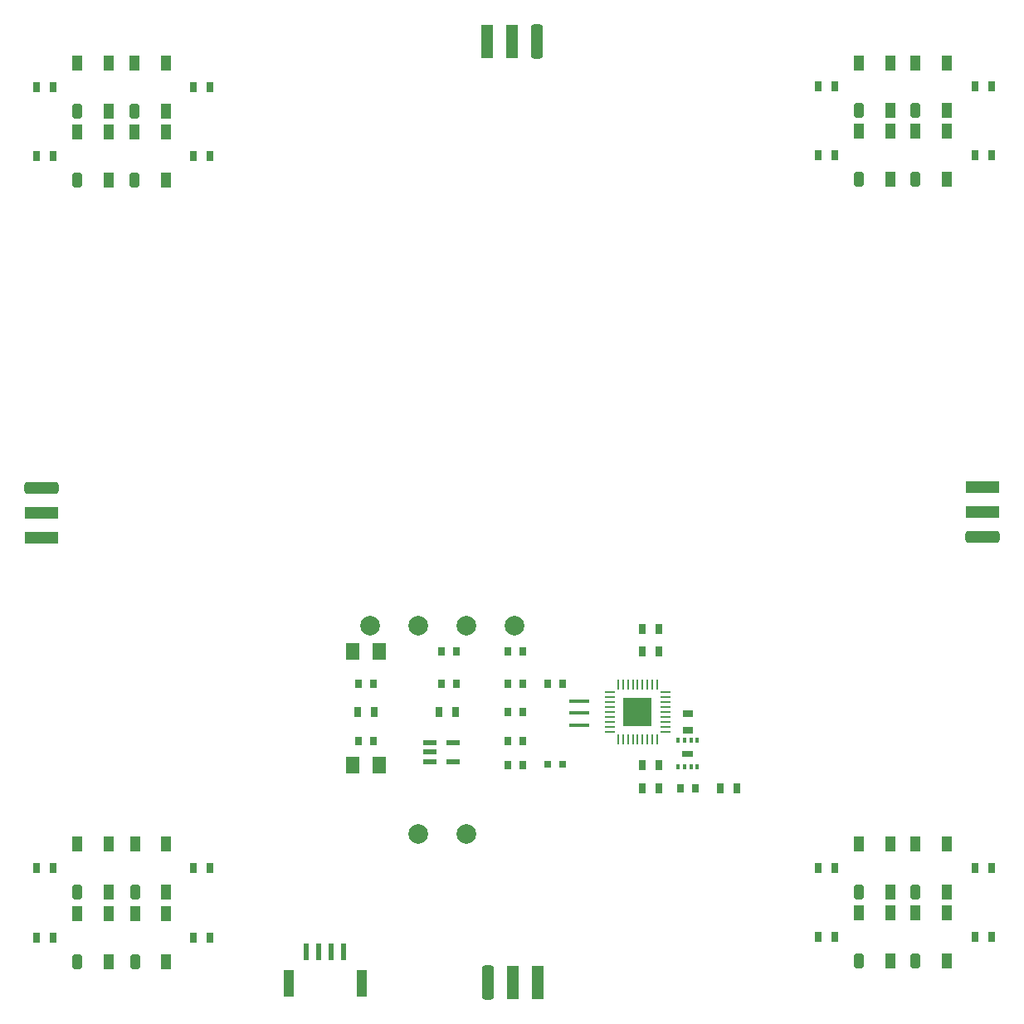
<source format=gtp>
G04*
G04 #@! TF.GenerationSoftware,Altium Limited,Altium Designer,21.0.9 (235)*
G04*
G04 Layer_Color=8421504*
%FSLAX44Y44*%
%MOMM*%
G71*
G04*
G04 #@! TF.SameCoordinates,63E583B4-6D5A-4616-B716-78796777933C*
G04*
G04*
G04 #@! TF.FilePolarity,Positive*
G04*
G01*
G75*
%ADD21R,1.0000X2.7000*%
%ADD22R,0.6000X1.7000*%
%ADD23C,2.0000*%
%ADD24R,0.7000X0.9000*%
%ADD25R,0.8000X1.0000*%
%ADD26R,0.2600X1.0800*%
%ADD27R,3.0000X3.0000*%
%ADD28R,1.0800X0.2600*%
%ADD29R,1.0000X0.8000*%
%ADD30R,0.3000X0.5250*%
%ADD31R,1.0000X1.5000*%
G04:AMPARAMS|DCode=32|XSize=1.5mm|YSize=1mm|CornerRadius=0.25mm|HoleSize=0mm|Usage=FLASHONLY|Rotation=90.000|XOffset=0mm|YOffset=0mm|HoleType=Round|Shape=RoundedRectangle|*
%AMROUNDEDRECTD32*
21,1,1.5000,0.5000,0,0,90.0*
21,1,1.0000,1.0000,0,0,90.0*
1,1,0.5000,0.2500,0.5000*
1,1,0.5000,0.2500,-0.5000*
1,1,0.5000,-0.2500,-0.5000*
1,1,0.5000,-0.2500,0.5000*
%
%ADD32ROUNDEDRECTD32*%
G04:AMPARAMS|DCode=33|XSize=1.2mm|YSize=3.5mm|CornerRadius=0.3mm|HoleSize=0mm|Usage=FLASHONLY|Rotation=0.000|XOffset=0mm|YOffset=0mm|HoleType=Round|Shape=RoundedRectangle|*
%AMROUNDEDRECTD33*
21,1,1.2000,2.9000,0,0,0.0*
21,1,0.6000,3.5000,0,0,0.0*
1,1,0.6000,0.3000,-1.4500*
1,1,0.6000,-0.3000,-1.4500*
1,1,0.6000,-0.3000,1.4500*
1,1,0.6000,0.3000,1.4500*
%
%ADD33ROUNDEDRECTD33*%
%ADD34R,1.2000X3.5000*%
G04:AMPARAMS|DCode=35|XSize=1.2mm|YSize=3.5mm|CornerRadius=0.3mm|HoleSize=0mm|Usage=FLASHONLY|Rotation=270.000|XOffset=0mm|YOffset=0mm|HoleType=Round|Shape=RoundedRectangle|*
%AMROUNDEDRECTD35*
21,1,1.2000,2.9000,0,0,270.0*
21,1,0.6000,3.5000,0,0,270.0*
1,1,0.6000,-1.4500,-0.3000*
1,1,0.6000,-1.4500,0.3000*
1,1,0.6000,1.4500,0.3000*
1,1,0.6000,1.4500,-0.3000*
%
%ADD35ROUNDEDRECTD35*%
%ADD36R,3.5000X1.2000*%
%ADD37R,1.3800X1.8200*%
%ADD38R,1.3208X0.5588*%
%ADD39R,0.8000X0.8000*%
%ADD40R,2.0000X0.4000*%
G36*
X615730Y307600D02*
X639700D01*
Y283630D01*
X615730D01*
Y307600D01*
D02*
G37*
G36*
X673700Y256593D02*
X684700D01*
Y250093D01*
X673700D01*
Y256593D01*
D02*
G37*
D21*
X346150Y18950D02*
D03*
X271650D02*
D03*
D22*
X327650Y50950D02*
D03*
X315150D02*
D03*
X290150D02*
D03*
X302650D02*
D03*
D23*
X403990Y171200D02*
D03*
X453000D02*
D03*
X403990Y384000D02*
D03*
X354980D02*
D03*
X502100D02*
D03*
X453000D02*
D03*
D24*
X671868Y218000D02*
D03*
X686868D02*
D03*
X358190Y324400D02*
D03*
X343190D02*
D03*
X358190Y266400D02*
D03*
X343190D02*
D03*
X510500D02*
D03*
X495500D02*
D03*
X510500Y242000D02*
D03*
X495500D02*
D03*
X510500Y295900D02*
D03*
X495500D02*
D03*
X551500Y324400D02*
D03*
X536500D02*
D03*
X510500D02*
D03*
X495500D02*
D03*
X510500Y358000D02*
D03*
X495500D02*
D03*
X427788Y358000D02*
D03*
X442788D02*
D03*
X427788Y324400D02*
D03*
X442788D02*
D03*
D25*
X712318Y218000D02*
D03*
X729318D02*
D03*
X649500D02*
D03*
X632500D02*
D03*
X649500Y242000D02*
D03*
X632500D02*
D03*
X989500Y934000D02*
D03*
X972500D02*
D03*
X989500Y864000D02*
D03*
X972500D02*
D03*
X812500D02*
D03*
X829500D02*
D03*
X812500Y934000D02*
D03*
X829500D02*
D03*
X14500Y137000D02*
D03*
X31500D02*
D03*
X174500D02*
D03*
X191500D02*
D03*
X14500Y66000D02*
D03*
X31500D02*
D03*
X174500D02*
D03*
X191500D02*
D03*
X342190Y295900D02*
D03*
X359190D02*
D03*
X632500Y381000D02*
D03*
X649500D02*
D03*
X425288Y295900D02*
D03*
X442288D02*
D03*
X632500Y358000D02*
D03*
X649500D02*
D03*
X812500Y137000D02*
D03*
X829500D02*
D03*
X972500D02*
D03*
X989500D02*
D03*
X812500Y66500D02*
D03*
X829500D02*
D03*
X972500D02*
D03*
X989500D02*
D03*
X14500Y863500D02*
D03*
X31500D02*
D03*
X174500D02*
D03*
X191500D02*
D03*
X14500Y933563D02*
D03*
X31500D02*
D03*
X174500D02*
D03*
X191500D02*
D03*
D26*
X608000Y324050D02*
D03*
Y267750D02*
D03*
X613000Y324050D02*
D03*
X618000D02*
D03*
X623000D02*
D03*
X628000D02*
D03*
X633000D02*
D03*
X638000D02*
D03*
X643000D02*
D03*
X648000D02*
D03*
Y267750D02*
D03*
X643000D02*
D03*
X638000D02*
D03*
X633000D02*
D03*
X628000D02*
D03*
X623000D02*
D03*
X618000D02*
D03*
X613000D02*
D03*
D27*
X628000Y295900D02*
D03*
D28*
X656150Y315900D02*
D03*
Y310900D02*
D03*
Y305900D02*
D03*
Y300900D02*
D03*
Y295900D02*
D03*
Y290900D02*
D03*
Y285900D02*
D03*
Y280900D02*
D03*
Y275900D02*
D03*
X599850D02*
D03*
Y280900D02*
D03*
Y285900D02*
D03*
Y290900D02*
D03*
Y295900D02*
D03*
Y300900D02*
D03*
Y305900D02*
D03*
Y310900D02*
D03*
Y315900D02*
D03*
D29*
X679368Y277600D02*
D03*
Y294600D02*
D03*
D30*
X669450Y266968D02*
D03*
X675950D02*
D03*
X682450D02*
D03*
X688950D02*
D03*
X669450Y239718D02*
D03*
X688950D02*
D03*
X675950D02*
D03*
X682450D02*
D03*
D31*
X56000Y888000D02*
D03*
X88000D02*
D03*
Y839000D02*
D03*
X114530Y888000D02*
D03*
X146530D02*
D03*
Y839000D02*
D03*
Y909063D02*
D03*
Y958063D02*
D03*
X114530D02*
D03*
X88000Y909063D02*
D03*
Y958063D02*
D03*
X56000D02*
D03*
X854000Y958500D02*
D03*
X886000D02*
D03*
Y909500D02*
D03*
X911000Y958500D02*
D03*
X943000D02*
D03*
Y909500D02*
D03*
X56000Y161500D02*
D03*
X88000D02*
D03*
Y112500D02*
D03*
X115000Y161500D02*
D03*
X147000D02*
D03*
Y112500D02*
D03*
X56000Y90500D02*
D03*
X88000D02*
D03*
Y41500D02*
D03*
X115000Y90500D02*
D03*
X147000D02*
D03*
Y41500D02*
D03*
X854000Y161500D02*
D03*
X886000D02*
D03*
Y112500D02*
D03*
X911000Y161500D02*
D03*
X943000D02*
D03*
Y112500D02*
D03*
X854000Y91000D02*
D03*
X886000D02*
D03*
Y42000D02*
D03*
X911000Y91000D02*
D03*
X943000D02*
D03*
Y42000D02*
D03*
X854000Y888500D02*
D03*
X886000D02*
D03*
Y839500D02*
D03*
X911000Y888500D02*
D03*
X943000D02*
D03*
Y839500D02*
D03*
D32*
X56000Y839000D02*
D03*
X114530D02*
D03*
Y909063D02*
D03*
X56000D02*
D03*
X854000Y909500D02*
D03*
X911000D02*
D03*
X56000Y112500D02*
D03*
X115000D02*
D03*
X56000Y41500D02*
D03*
X115000D02*
D03*
X854000Y112500D02*
D03*
X911000D02*
D03*
X854000Y42000D02*
D03*
X911000D02*
D03*
X854000Y839500D02*
D03*
X911000D02*
D03*
D33*
X475002Y20278D02*
D03*
X524998Y979722D02*
D03*
D34*
X525802Y20278D02*
D03*
X500402D02*
D03*
X474198Y979722D02*
D03*
X499598D02*
D03*
D35*
X20016Y524998D02*
D03*
X979984Y475002D02*
D03*
D36*
X20016Y474198D02*
D03*
Y499598D02*
D03*
X979984Y525802D02*
D03*
Y500402D02*
D03*
D37*
X337000Y242000D02*
D03*
X364380D02*
D03*
X337000Y358000D02*
D03*
X364380D02*
D03*
D38*
X416316Y264398D02*
D03*
Y255000D02*
D03*
Y245602D02*
D03*
X439684D02*
D03*
Y264398D02*
D03*
D39*
X551500Y242242D02*
D03*
X536500D02*
D03*
D40*
X568000Y282766D02*
D03*
Y294766D02*
D03*
Y306766D02*
D03*
M02*

</source>
